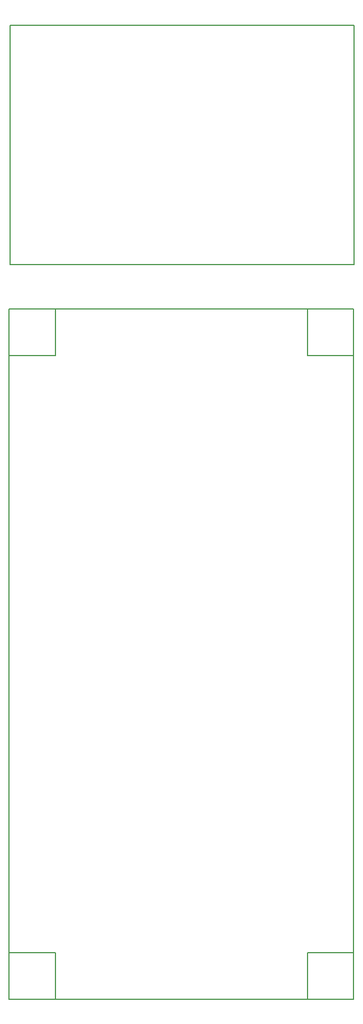
<source format=gbr>
G04 #@! TF.FileFunction,Legend,Bot*
%FSLAX46Y46*%
G04 Gerber Fmt 4.6, Leading zero omitted, Abs format (unit mm)*
G04 Created by KiCad (PCBNEW 4.0.7) date 01/23/18 15:00:53*
%MOMM*%
%LPD*%
G01*
G04 APERTURE LIST*
%ADD10C,0.100000*%
%ADD11C,0.150000*%
G04 APERTURE END LIST*
D10*
D11*
X77927200Y-187782200D02*
X77927200Y-187502800D01*
X78435200Y-187782200D02*
X77317600Y-187782200D01*
X123069200Y-40955000D02*
X122713600Y-40955000D01*
X123069200Y-77023000D02*
X123069200Y-40955000D01*
X122688200Y-77023000D02*
X123069200Y-77023000D01*
X71050000Y-40955000D02*
X122866000Y-40955000D01*
X71050000Y-77023000D02*
X71050000Y-40955000D01*
X71050000Y-77023000D02*
X122866000Y-77023000D01*
X116027200Y-180797200D02*
X123012200Y-180797200D01*
X116027200Y-187782200D02*
X116027200Y-180797200D01*
X77927200Y-180797200D02*
X70942200Y-180797200D01*
X77927200Y-187782200D02*
X77927200Y-180797200D01*
X77927200Y-90754200D02*
X70942200Y-90754200D01*
X77927200Y-83769200D02*
X77927200Y-90754200D01*
X116027200Y-90754200D02*
X116027200Y-83769200D01*
X123012200Y-90754200D02*
X116027200Y-90754200D01*
X123012200Y-83769200D02*
X70942200Y-83769200D01*
X123012200Y-187782200D02*
X123012200Y-83769200D01*
X70942200Y-187782200D02*
X123012200Y-187782200D01*
X70942200Y-83769200D02*
X70942200Y-187782200D01*
M02*

</source>
